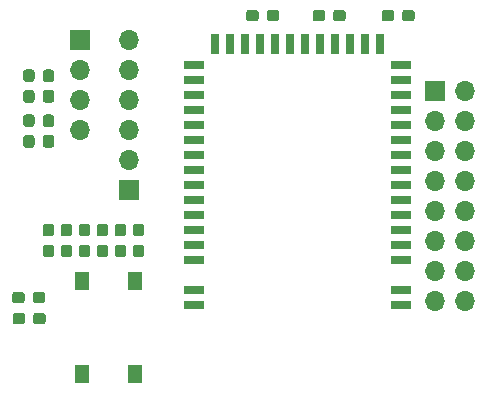
<source format=gbr>
G04 #@! TF.GenerationSoftware,KiCad,Pcbnew,(5.1.2)-2*
G04 #@! TF.CreationDate,2019-12-12T19:30:32+01:00*
G04 #@! TF.ProjectId,KernadouDomoPiloteDinCPU,4b65726e-6164-46f7-9544-6f6d6f50696c,rev?*
G04 #@! TF.SameCoordinates,Original*
G04 #@! TF.FileFunction,Soldermask,Top*
G04 #@! TF.FilePolarity,Negative*
%FSLAX46Y46*%
G04 Gerber Fmt 4.6, Leading zero omitted, Abs format (unit mm)*
G04 Created by KiCad (PCBNEW (5.1.2)-2) date 2019-12-12 19:30:32*
%MOMM*%
%LPD*%
G04 APERTURE LIST*
%ADD10R,1.800000X0.700000*%
%ADD11R,0.700000X1.800000*%
%ADD12O,1.700000X1.700000*%
%ADD13R,1.700000X1.700000*%
%ADD14C,0.100000*%
%ADD15C,0.950000*%
%ADD16R,1.300000X1.550000*%
G04 APERTURE END LIST*
D10*
X123558000Y-94334000D03*
X123558000Y-93064000D03*
X123558000Y-90524000D03*
X123558000Y-89254000D03*
X123558000Y-87984000D03*
X123558000Y-86714000D03*
X123558000Y-85444000D03*
X123558000Y-84174000D03*
X123558000Y-82904000D03*
X123558000Y-81634000D03*
X123558000Y-80364000D03*
X123558000Y-79094000D03*
X123558000Y-77824000D03*
X123558000Y-76554000D03*
X123558000Y-75284000D03*
X123558000Y-74014000D03*
D11*
X121793000Y-72264000D03*
X120523000Y-72264000D03*
X119253000Y-72264000D03*
X117983000Y-72264000D03*
X116713000Y-72264000D03*
X115443000Y-72264000D03*
X114173000Y-72264000D03*
X112903000Y-72264000D03*
X111633000Y-72264000D03*
X110363000Y-72264000D03*
X109093000Y-72264000D03*
X107823000Y-72264000D03*
D10*
X106058000Y-74014000D03*
X106058000Y-75284000D03*
X106058000Y-76554000D03*
X106058000Y-77824000D03*
X106058000Y-79094000D03*
X106058000Y-80364000D03*
X106058000Y-81634000D03*
X106058000Y-82904000D03*
X106058000Y-84174000D03*
X106058000Y-85444000D03*
X106058000Y-86714000D03*
X106058000Y-87984000D03*
X106058000Y-89254000D03*
X106058000Y-90524000D03*
X106058000Y-93064000D03*
X106058000Y-94334000D03*
D12*
X96393000Y-79502000D03*
X96393000Y-76962000D03*
X96393000Y-74422000D03*
D13*
X96393000Y-71882000D03*
D14*
G36*
X95510779Y-87501144D02*
G01*
X95533834Y-87504563D01*
X95556443Y-87510227D01*
X95578387Y-87518079D01*
X95599457Y-87528044D01*
X95619448Y-87540026D01*
X95638168Y-87553910D01*
X95655438Y-87569562D01*
X95671090Y-87586832D01*
X95684974Y-87605552D01*
X95696956Y-87625543D01*
X95706921Y-87646613D01*
X95714773Y-87668557D01*
X95720437Y-87691166D01*
X95723856Y-87714221D01*
X95725000Y-87737500D01*
X95725000Y-88312500D01*
X95723856Y-88335779D01*
X95720437Y-88358834D01*
X95714773Y-88381443D01*
X95706921Y-88403387D01*
X95696956Y-88424457D01*
X95684974Y-88444448D01*
X95671090Y-88463168D01*
X95655438Y-88480438D01*
X95638168Y-88496090D01*
X95619448Y-88509974D01*
X95599457Y-88521956D01*
X95578387Y-88531921D01*
X95556443Y-88539773D01*
X95533834Y-88545437D01*
X95510779Y-88548856D01*
X95487500Y-88550000D01*
X95012500Y-88550000D01*
X94989221Y-88548856D01*
X94966166Y-88545437D01*
X94943557Y-88539773D01*
X94921613Y-88531921D01*
X94900543Y-88521956D01*
X94880552Y-88509974D01*
X94861832Y-88496090D01*
X94844562Y-88480438D01*
X94828910Y-88463168D01*
X94815026Y-88444448D01*
X94803044Y-88424457D01*
X94793079Y-88403387D01*
X94785227Y-88381443D01*
X94779563Y-88358834D01*
X94776144Y-88335779D01*
X94775000Y-88312500D01*
X94775000Y-87737500D01*
X94776144Y-87714221D01*
X94779563Y-87691166D01*
X94785227Y-87668557D01*
X94793079Y-87646613D01*
X94803044Y-87625543D01*
X94815026Y-87605552D01*
X94828910Y-87586832D01*
X94844562Y-87569562D01*
X94861832Y-87553910D01*
X94880552Y-87540026D01*
X94900543Y-87528044D01*
X94921613Y-87518079D01*
X94943557Y-87510227D01*
X94966166Y-87504563D01*
X94989221Y-87501144D01*
X95012500Y-87500000D01*
X95487500Y-87500000D01*
X95510779Y-87501144D01*
X95510779Y-87501144D01*
G37*
D15*
X95250000Y-88025000D03*
D14*
G36*
X95510779Y-89251144D02*
G01*
X95533834Y-89254563D01*
X95556443Y-89260227D01*
X95578387Y-89268079D01*
X95599457Y-89278044D01*
X95619448Y-89290026D01*
X95638168Y-89303910D01*
X95655438Y-89319562D01*
X95671090Y-89336832D01*
X95684974Y-89355552D01*
X95696956Y-89375543D01*
X95706921Y-89396613D01*
X95714773Y-89418557D01*
X95720437Y-89441166D01*
X95723856Y-89464221D01*
X95725000Y-89487500D01*
X95725000Y-90062500D01*
X95723856Y-90085779D01*
X95720437Y-90108834D01*
X95714773Y-90131443D01*
X95706921Y-90153387D01*
X95696956Y-90174457D01*
X95684974Y-90194448D01*
X95671090Y-90213168D01*
X95655438Y-90230438D01*
X95638168Y-90246090D01*
X95619448Y-90259974D01*
X95599457Y-90271956D01*
X95578387Y-90281921D01*
X95556443Y-90289773D01*
X95533834Y-90295437D01*
X95510779Y-90298856D01*
X95487500Y-90300000D01*
X95012500Y-90300000D01*
X94989221Y-90298856D01*
X94966166Y-90295437D01*
X94943557Y-90289773D01*
X94921613Y-90281921D01*
X94900543Y-90271956D01*
X94880552Y-90259974D01*
X94861832Y-90246090D01*
X94844562Y-90230438D01*
X94828910Y-90213168D01*
X94815026Y-90194448D01*
X94803044Y-90174457D01*
X94793079Y-90153387D01*
X94785227Y-90131443D01*
X94779563Y-90108834D01*
X94776144Y-90085779D01*
X94775000Y-90062500D01*
X94775000Y-89487500D01*
X94776144Y-89464221D01*
X94779563Y-89441166D01*
X94785227Y-89418557D01*
X94793079Y-89396613D01*
X94803044Y-89375543D01*
X94815026Y-89355552D01*
X94828910Y-89336832D01*
X94844562Y-89319562D01*
X94861832Y-89303910D01*
X94880552Y-89290026D01*
X94900543Y-89278044D01*
X94921613Y-89268079D01*
X94943557Y-89260227D01*
X94966166Y-89254563D01*
X94989221Y-89251144D01*
X95012500Y-89250000D01*
X95487500Y-89250000D01*
X95510779Y-89251144D01*
X95510779Y-89251144D01*
G37*
D15*
X95250000Y-89775000D03*
D14*
G36*
X101606779Y-87487144D02*
G01*
X101629834Y-87490563D01*
X101652443Y-87496227D01*
X101674387Y-87504079D01*
X101695457Y-87514044D01*
X101715448Y-87526026D01*
X101734168Y-87539910D01*
X101751438Y-87555562D01*
X101767090Y-87572832D01*
X101780974Y-87591552D01*
X101792956Y-87611543D01*
X101802921Y-87632613D01*
X101810773Y-87654557D01*
X101816437Y-87677166D01*
X101819856Y-87700221D01*
X101821000Y-87723500D01*
X101821000Y-88298500D01*
X101819856Y-88321779D01*
X101816437Y-88344834D01*
X101810773Y-88367443D01*
X101802921Y-88389387D01*
X101792956Y-88410457D01*
X101780974Y-88430448D01*
X101767090Y-88449168D01*
X101751438Y-88466438D01*
X101734168Y-88482090D01*
X101715448Y-88495974D01*
X101695457Y-88507956D01*
X101674387Y-88517921D01*
X101652443Y-88525773D01*
X101629834Y-88531437D01*
X101606779Y-88534856D01*
X101583500Y-88536000D01*
X101108500Y-88536000D01*
X101085221Y-88534856D01*
X101062166Y-88531437D01*
X101039557Y-88525773D01*
X101017613Y-88517921D01*
X100996543Y-88507956D01*
X100976552Y-88495974D01*
X100957832Y-88482090D01*
X100940562Y-88466438D01*
X100924910Y-88449168D01*
X100911026Y-88430448D01*
X100899044Y-88410457D01*
X100889079Y-88389387D01*
X100881227Y-88367443D01*
X100875563Y-88344834D01*
X100872144Y-88321779D01*
X100871000Y-88298500D01*
X100871000Y-87723500D01*
X100872144Y-87700221D01*
X100875563Y-87677166D01*
X100881227Y-87654557D01*
X100889079Y-87632613D01*
X100899044Y-87611543D01*
X100911026Y-87591552D01*
X100924910Y-87572832D01*
X100940562Y-87555562D01*
X100957832Y-87539910D01*
X100976552Y-87526026D01*
X100996543Y-87514044D01*
X101017613Y-87504079D01*
X101039557Y-87496227D01*
X101062166Y-87490563D01*
X101085221Y-87487144D01*
X101108500Y-87486000D01*
X101583500Y-87486000D01*
X101606779Y-87487144D01*
X101606779Y-87487144D01*
G37*
D15*
X101346000Y-88011000D03*
D14*
G36*
X101606779Y-89237144D02*
G01*
X101629834Y-89240563D01*
X101652443Y-89246227D01*
X101674387Y-89254079D01*
X101695457Y-89264044D01*
X101715448Y-89276026D01*
X101734168Y-89289910D01*
X101751438Y-89305562D01*
X101767090Y-89322832D01*
X101780974Y-89341552D01*
X101792956Y-89361543D01*
X101802921Y-89382613D01*
X101810773Y-89404557D01*
X101816437Y-89427166D01*
X101819856Y-89450221D01*
X101821000Y-89473500D01*
X101821000Y-90048500D01*
X101819856Y-90071779D01*
X101816437Y-90094834D01*
X101810773Y-90117443D01*
X101802921Y-90139387D01*
X101792956Y-90160457D01*
X101780974Y-90180448D01*
X101767090Y-90199168D01*
X101751438Y-90216438D01*
X101734168Y-90232090D01*
X101715448Y-90245974D01*
X101695457Y-90257956D01*
X101674387Y-90267921D01*
X101652443Y-90275773D01*
X101629834Y-90281437D01*
X101606779Y-90284856D01*
X101583500Y-90286000D01*
X101108500Y-90286000D01*
X101085221Y-90284856D01*
X101062166Y-90281437D01*
X101039557Y-90275773D01*
X101017613Y-90267921D01*
X100996543Y-90257956D01*
X100976552Y-90245974D01*
X100957832Y-90232090D01*
X100940562Y-90216438D01*
X100924910Y-90199168D01*
X100911026Y-90180448D01*
X100899044Y-90160457D01*
X100889079Y-90139387D01*
X100881227Y-90117443D01*
X100875563Y-90094834D01*
X100872144Y-90071779D01*
X100871000Y-90048500D01*
X100871000Y-89473500D01*
X100872144Y-89450221D01*
X100875563Y-89427166D01*
X100881227Y-89404557D01*
X100889079Y-89382613D01*
X100899044Y-89361543D01*
X100911026Y-89341552D01*
X100924910Y-89322832D01*
X100940562Y-89305562D01*
X100957832Y-89289910D01*
X100976552Y-89276026D01*
X100996543Y-89264044D01*
X101017613Y-89254079D01*
X101039557Y-89246227D01*
X101062166Y-89240563D01*
X101085221Y-89237144D01*
X101108500Y-89236000D01*
X101583500Y-89236000D01*
X101606779Y-89237144D01*
X101606779Y-89237144D01*
G37*
D15*
X101346000Y-89761000D03*
D14*
G36*
X98558779Y-87501144D02*
G01*
X98581834Y-87504563D01*
X98604443Y-87510227D01*
X98626387Y-87518079D01*
X98647457Y-87528044D01*
X98667448Y-87540026D01*
X98686168Y-87553910D01*
X98703438Y-87569562D01*
X98719090Y-87586832D01*
X98732974Y-87605552D01*
X98744956Y-87625543D01*
X98754921Y-87646613D01*
X98762773Y-87668557D01*
X98768437Y-87691166D01*
X98771856Y-87714221D01*
X98773000Y-87737500D01*
X98773000Y-88312500D01*
X98771856Y-88335779D01*
X98768437Y-88358834D01*
X98762773Y-88381443D01*
X98754921Y-88403387D01*
X98744956Y-88424457D01*
X98732974Y-88444448D01*
X98719090Y-88463168D01*
X98703438Y-88480438D01*
X98686168Y-88496090D01*
X98667448Y-88509974D01*
X98647457Y-88521956D01*
X98626387Y-88531921D01*
X98604443Y-88539773D01*
X98581834Y-88545437D01*
X98558779Y-88548856D01*
X98535500Y-88550000D01*
X98060500Y-88550000D01*
X98037221Y-88548856D01*
X98014166Y-88545437D01*
X97991557Y-88539773D01*
X97969613Y-88531921D01*
X97948543Y-88521956D01*
X97928552Y-88509974D01*
X97909832Y-88496090D01*
X97892562Y-88480438D01*
X97876910Y-88463168D01*
X97863026Y-88444448D01*
X97851044Y-88424457D01*
X97841079Y-88403387D01*
X97833227Y-88381443D01*
X97827563Y-88358834D01*
X97824144Y-88335779D01*
X97823000Y-88312500D01*
X97823000Y-87737500D01*
X97824144Y-87714221D01*
X97827563Y-87691166D01*
X97833227Y-87668557D01*
X97841079Y-87646613D01*
X97851044Y-87625543D01*
X97863026Y-87605552D01*
X97876910Y-87586832D01*
X97892562Y-87569562D01*
X97909832Y-87553910D01*
X97928552Y-87540026D01*
X97948543Y-87528044D01*
X97969613Y-87518079D01*
X97991557Y-87510227D01*
X98014166Y-87504563D01*
X98037221Y-87501144D01*
X98060500Y-87500000D01*
X98535500Y-87500000D01*
X98558779Y-87501144D01*
X98558779Y-87501144D01*
G37*
D15*
X98298000Y-88025000D03*
D14*
G36*
X98558779Y-89251144D02*
G01*
X98581834Y-89254563D01*
X98604443Y-89260227D01*
X98626387Y-89268079D01*
X98647457Y-89278044D01*
X98667448Y-89290026D01*
X98686168Y-89303910D01*
X98703438Y-89319562D01*
X98719090Y-89336832D01*
X98732974Y-89355552D01*
X98744956Y-89375543D01*
X98754921Y-89396613D01*
X98762773Y-89418557D01*
X98768437Y-89441166D01*
X98771856Y-89464221D01*
X98773000Y-89487500D01*
X98773000Y-90062500D01*
X98771856Y-90085779D01*
X98768437Y-90108834D01*
X98762773Y-90131443D01*
X98754921Y-90153387D01*
X98744956Y-90174457D01*
X98732974Y-90194448D01*
X98719090Y-90213168D01*
X98703438Y-90230438D01*
X98686168Y-90246090D01*
X98667448Y-90259974D01*
X98647457Y-90271956D01*
X98626387Y-90281921D01*
X98604443Y-90289773D01*
X98581834Y-90295437D01*
X98558779Y-90298856D01*
X98535500Y-90300000D01*
X98060500Y-90300000D01*
X98037221Y-90298856D01*
X98014166Y-90295437D01*
X97991557Y-90289773D01*
X97969613Y-90281921D01*
X97948543Y-90271956D01*
X97928552Y-90259974D01*
X97909832Y-90246090D01*
X97892562Y-90230438D01*
X97876910Y-90213168D01*
X97863026Y-90194448D01*
X97851044Y-90174457D01*
X97841079Y-90153387D01*
X97833227Y-90131443D01*
X97827563Y-90108834D01*
X97824144Y-90085779D01*
X97823000Y-90062500D01*
X97823000Y-89487500D01*
X97824144Y-89464221D01*
X97827563Y-89441166D01*
X97833227Y-89418557D01*
X97841079Y-89396613D01*
X97851044Y-89375543D01*
X97863026Y-89355552D01*
X97876910Y-89336832D01*
X97892562Y-89319562D01*
X97909832Y-89303910D01*
X97928552Y-89290026D01*
X97948543Y-89278044D01*
X97969613Y-89268079D01*
X97991557Y-89260227D01*
X98014166Y-89254563D01*
X98037221Y-89251144D01*
X98060500Y-89250000D01*
X98535500Y-89250000D01*
X98558779Y-89251144D01*
X98558779Y-89251144D01*
G37*
D15*
X98298000Y-89775000D03*
D14*
G36*
X92335779Y-79980144D02*
G01*
X92358834Y-79983563D01*
X92381443Y-79989227D01*
X92403387Y-79997079D01*
X92424457Y-80007044D01*
X92444448Y-80019026D01*
X92463168Y-80032910D01*
X92480438Y-80048562D01*
X92496090Y-80065832D01*
X92509974Y-80084552D01*
X92521956Y-80104543D01*
X92531921Y-80125613D01*
X92539773Y-80147557D01*
X92545437Y-80170166D01*
X92548856Y-80193221D01*
X92550000Y-80216500D01*
X92550000Y-80791500D01*
X92548856Y-80814779D01*
X92545437Y-80837834D01*
X92539773Y-80860443D01*
X92531921Y-80882387D01*
X92521956Y-80903457D01*
X92509974Y-80923448D01*
X92496090Y-80942168D01*
X92480438Y-80959438D01*
X92463168Y-80975090D01*
X92444448Y-80988974D01*
X92424457Y-81000956D01*
X92403387Y-81010921D01*
X92381443Y-81018773D01*
X92358834Y-81024437D01*
X92335779Y-81027856D01*
X92312500Y-81029000D01*
X91837500Y-81029000D01*
X91814221Y-81027856D01*
X91791166Y-81024437D01*
X91768557Y-81018773D01*
X91746613Y-81010921D01*
X91725543Y-81000956D01*
X91705552Y-80988974D01*
X91686832Y-80975090D01*
X91669562Y-80959438D01*
X91653910Y-80942168D01*
X91640026Y-80923448D01*
X91628044Y-80903457D01*
X91618079Y-80882387D01*
X91610227Y-80860443D01*
X91604563Y-80837834D01*
X91601144Y-80814779D01*
X91600000Y-80791500D01*
X91600000Y-80216500D01*
X91601144Y-80193221D01*
X91604563Y-80170166D01*
X91610227Y-80147557D01*
X91618079Y-80125613D01*
X91628044Y-80104543D01*
X91640026Y-80084552D01*
X91653910Y-80065832D01*
X91669562Y-80048562D01*
X91686832Y-80032910D01*
X91705552Y-80019026D01*
X91725543Y-80007044D01*
X91746613Y-79997079D01*
X91768557Y-79989227D01*
X91791166Y-79983563D01*
X91814221Y-79980144D01*
X91837500Y-79979000D01*
X92312500Y-79979000D01*
X92335779Y-79980144D01*
X92335779Y-79980144D01*
G37*
D15*
X92075000Y-80504000D03*
D14*
G36*
X92335779Y-78230144D02*
G01*
X92358834Y-78233563D01*
X92381443Y-78239227D01*
X92403387Y-78247079D01*
X92424457Y-78257044D01*
X92444448Y-78269026D01*
X92463168Y-78282910D01*
X92480438Y-78298562D01*
X92496090Y-78315832D01*
X92509974Y-78334552D01*
X92521956Y-78354543D01*
X92531921Y-78375613D01*
X92539773Y-78397557D01*
X92545437Y-78420166D01*
X92548856Y-78443221D01*
X92550000Y-78466500D01*
X92550000Y-79041500D01*
X92548856Y-79064779D01*
X92545437Y-79087834D01*
X92539773Y-79110443D01*
X92531921Y-79132387D01*
X92521956Y-79153457D01*
X92509974Y-79173448D01*
X92496090Y-79192168D01*
X92480438Y-79209438D01*
X92463168Y-79225090D01*
X92444448Y-79238974D01*
X92424457Y-79250956D01*
X92403387Y-79260921D01*
X92381443Y-79268773D01*
X92358834Y-79274437D01*
X92335779Y-79277856D01*
X92312500Y-79279000D01*
X91837500Y-79279000D01*
X91814221Y-79277856D01*
X91791166Y-79274437D01*
X91768557Y-79268773D01*
X91746613Y-79260921D01*
X91725543Y-79250956D01*
X91705552Y-79238974D01*
X91686832Y-79225090D01*
X91669562Y-79209438D01*
X91653910Y-79192168D01*
X91640026Y-79173448D01*
X91628044Y-79153457D01*
X91618079Y-79132387D01*
X91610227Y-79110443D01*
X91604563Y-79087834D01*
X91601144Y-79064779D01*
X91600000Y-79041500D01*
X91600000Y-78466500D01*
X91601144Y-78443221D01*
X91604563Y-78420166D01*
X91610227Y-78397557D01*
X91618079Y-78375613D01*
X91628044Y-78354543D01*
X91640026Y-78334552D01*
X91653910Y-78315832D01*
X91669562Y-78298562D01*
X91686832Y-78282910D01*
X91705552Y-78269026D01*
X91725543Y-78257044D01*
X91746613Y-78247079D01*
X91768557Y-78239227D01*
X91791166Y-78233563D01*
X91814221Y-78230144D01*
X91837500Y-78229000D01*
X92312500Y-78229000D01*
X92335779Y-78230144D01*
X92335779Y-78230144D01*
G37*
D15*
X92075000Y-78754000D03*
D14*
G36*
X92335779Y-76170144D02*
G01*
X92358834Y-76173563D01*
X92381443Y-76179227D01*
X92403387Y-76187079D01*
X92424457Y-76197044D01*
X92444448Y-76209026D01*
X92463168Y-76222910D01*
X92480438Y-76238562D01*
X92496090Y-76255832D01*
X92509974Y-76274552D01*
X92521956Y-76294543D01*
X92531921Y-76315613D01*
X92539773Y-76337557D01*
X92545437Y-76360166D01*
X92548856Y-76383221D01*
X92550000Y-76406500D01*
X92550000Y-76981500D01*
X92548856Y-77004779D01*
X92545437Y-77027834D01*
X92539773Y-77050443D01*
X92531921Y-77072387D01*
X92521956Y-77093457D01*
X92509974Y-77113448D01*
X92496090Y-77132168D01*
X92480438Y-77149438D01*
X92463168Y-77165090D01*
X92444448Y-77178974D01*
X92424457Y-77190956D01*
X92403387Y-77200921D01*
X92381443Y-77208773D01*
X92358834Y-77214437D01*
X92335779Y-77217856D01*
X92312500Y-77219000D01*
X91837500Y-77219000D01*
X91814221Y-77217856D01*
X91791166Y-77214437D01*
X91768557Y-77208773D01*
X91746613Y-77200921D01*
X91725543Y-77190956D01*
X91705552Y-77178974D01*
X91686832Y-77165090D01*
X91669562Y-77149438D01*
X91653910Y-77132168D01*
X91640026Y-77113448D01*
X91628044Y-77093457D01*
X91618079Y-77072387D01*
X91610227Y-77050443D01*
X91604563Y-77027834D01*
X91601144Y-77004779D01*
X91600000Y-76981500D01*
X91600000Y-76406500D01*
X91601144Y-76383221D01*
X91604563Y-76360166D01*
X91610227Y-76337557D01*
X91618079Y-76315613D01*
X91628044Y-76294543D01*
X91640026Y-76274552D01*
X91653910Y-76255832D01*
X91669562Y-76238562D01*
X91686832Y-76222910D01*
X91705552Y-76209026D01*
X91725543Y-76197044D01*
X91746613Y-76187079D01*
X91768557Y-76179227D01*
X91791166Y-76173563D01*
X91814221Y-76170144D01*
X91837500Y-76169000D01*
X92312500Y-76169000D01*
X92335779Y-76170144D01*
X92335779Y-76170144D01*
G37*
D15*
X92075000Y-76694000D03*
D14*
G36*
X92335779Y-74420144D02*
G01*
X92358834Y-74423563D01*
X92381443Y-74429227D01*
X92403387Y-74437079D01*
X92424457Y-74447044D01*
X92444448Y-74459026D01*
X92463168Y-74472910D01*
X92480438Y-74488562D01*
X92496090Y-74505832D01*
X92509974Y-74524552D01*
X92521956Y-74544543D01*
X92531921Y-74565613D01*
X92539773Y-74587557D01*
X92545437Y-74610166D01*
X92548856Y-74633221D01*
X92550000Y-74656500D01*
X92550000Y-75231500D01*
X92548856Y-75254779D01*
X92545437Y-75277834D01*
X92539773Y-75300443D01*
X92531921Y-75322387D01*
X92521956Y-75343457D01*
X92509974Y-75363448D01*
X92496090Y-75382168D01*
X92480438Y-75399438D01*
X92463168Y-75415090D01*
X92444448Y-75428974D01*
X92424457Y-75440956D01*
X92403387Y-75450921D01*
X92381443Y-75458773D01*
X92358834Y-75464437D01*
X92335779Y-75467856D01*
X92312500Y-75469000D01*
X91837500Y-75469000D01*
X91814221Y-75467856D01*
X91791166Y-75464437D01*
X91768557Y-75458773D01*
X91746613Y-75450921D01*
X91725543Y-75440956D01*
X91705552Y-75428974D01*
X91686832Y-75415090D01*
X91669562Y-75399438D01*
X91653910Y-75382168D01*
X91640026Y-75363448D01*
X91628044Y-75343457D01*
X91618079Y-75322387D01*
X91610227Y-75300443D01*
X91604563Y-75277834D01*
X91601144Y-75254779D01*
X91600000Y-75231500D01*
X91600000Y-74656500D01*
X91601144Y-74633221D01*
X91604563Y-74610166D01*
X91610227Y-74587557D01*
X91618079Y-74565613D01*
X91628044Y-74544543D01*
X91640026Y-74524552D01*
X91653910Y-74505832D01*
X91669562Y-74488562D01*
X91686832Y-74472910D01*
X91705552Y-74459026D01*
X91725543Y-74447044D01*
X91746613Y-74437079D01*
X91768557Y-74429227D01*
X91791166Y-74423563D01*
X91814221Y-74420144D01*
X91837500Y-74419000D01*
X92312500Y-74419000D01*
X92335779Y-74420144D01*
X92335779Y-74420144D01*
G37*
D15*
X92075000Y-74944000D03*
D14*
G36*
X93246779Y-93252144D02*
G01*
X93269834Y-93255563D01*
X93292443Y-93261227D01*
X93314387Y-93269079D01*
X93335457Y-93279044D01*
X93355448Y-93291026D01*
X93374168Y-93304910D01*
X93391438Y-93320562D01*
X93407090Y-93337832D01*
X93420974Y-93356552D01*
X93432956Y-93376543D01*
X93442921Y-93397613D01*
X93450773Y-93419557D01*
X93456437Y-93442166D01*
X93459856Y-93465221D01*
X93461000Y-93488500D01*
X93461000Y-93963500D01*
X93459856Y-93986779D01*
X93456437Y-94009834D01*
X93450773Y-94032443D01*
X93442921Y-94054387D01*
X93432956Y-94075457D01*
X93420974Y-94095448D01*
X93407090Y-94114168D01*
X93391438Y-94131438D01*
X93374168Y-94147090D01*
X93355448Y-94160974D01*
X93335457Y-94172956D01*
X93314387Y-94182921D01*
X93292443Y-94190773D01*
X93269834Y-94196437D01*
X93246779Y-94199856D01*
X93223500Y-94201000D01*
X92648500Y-94201000D01*
X92625221Y-94199856D01*
X92602166Y-94196437D01*
X92579557Y-94190773D01*
X92557613Y-94182921D01*
X92536543Y-94172956D01*
X92516552Y-94160974D01*
X92497832Y-94147090D01*
X92480562Y-94131438D01*
X92464910Y-94114168D01*
X92451026Y-94095448D01*
X92439044Y-94075457D01*
X92429079Y-94054387D01*
X92421227Y-94032443D01*
X92415563Y-94009834D01*
X92412144Y-93986779D01*
X92411000Y-93963500D01*
X92411000Y-93488500D01*
X92412144Y-93465221D01*
X92415563Y-93442166D01*
X92421227Y-93419557D01*
X92429079Y-93397613D01*
X92439044Y-93376543D01*
X92451026Y-93356552D01*
X92464910Y-93337832D01*
X92480562Y-93320562D01*
X92497832Y-93304910D01*
X92516552Y-93291026D01*
X92536543Y-93279044D01*
X92557613Y-93269079D01*
X92579557Y-93261227D01*
X92602166Y-93255563D01*
X92625221Y-93252144D01*
X92648500Y-93251000D01*
X93223500Y-93251000D01*
X93246779Y-93252144D01*
X93246779Y-93252144D01*
G37*
D15*
X92936000Y-93726000D03*
D14*
G36*
X91496779Y-93252144D02*
G01*
X91519834Y-93255563D01*
X91542443Y-93261227D01*
X91564387Y-93269079D01*
X91585457Y-93279044D01*
X91605448Y-93291026D01*
X91624168Y-93304910D01*
X91641438Y-93320562D01*
X91657090Y-93337832D01*
X91670974Y-93356552D01*
X91682956Y-93376543D01*
X91692921Y-93397613D01*
X91700773Y-93419557D01*
X91706437Y-93442166D01*
X91709856Y-93465221D01*
X91711000Y-93488500D01*
X91711000Y-93963500D01*
X91709856Y-93986779D01*
X91706437Y-94009834D01*
X91700773Y-94032443D01*
X91692921Y-94054387D01*
X91682956Y-94075457D01*
X91670974Y-94095448D01*
X91657090Y-94114168D01*
X91641438Y-94131438D01*
X91624168Y-94147090D01*
X91605448Y-94160974D01*
X91585457Y-94172956D01*
X91564387Y-94182921D01*
X91542443Y-94190773D01*
X91519834Y-94196437D01*
X91496779Y-94199856D01*
X91473500Y-94201000D01*
X90898500Y-94201000D01*
X90875221Y-94199856D01*
X90852166Y-94196437D01*
X90829557Y-94190773D01*
X90807613Y-94182921D01*
X90786543Y-94172956D01*
X90766552Y-94160974D01*
X90747832Y-94147090D01*
X90730562Y-94131438D01*
X90714910Y-94114168D01*
X90701026Y-94095448D01*
X90689044Y-94075457D01*
X90679079Y-94054387D01*
X90671227Y-94032443D01*
X90665563Y-94009834D01*
X90662144Y-93986779D01*
X90661000Y-93963500D01*
X90661000Y-93488500D01*
X90662144Y-93465221D01*
X90665563Y-93442166D01*
X90671227Y-93419557D01*
X90679079Y-93397613D01*
X90689044Y-93376543D01*
X90701026Y-93356552D01*
X90714910Y-93337832D01*
X90730562Y-93320562D01*
X90747832Y-93304910D01*
X90766552Y-93291026D01*
X90786543Y-93279044D01*
X90807613Y-93269079D01*
X90829557Y-93261227D01*
X90852166Y-93255563D01*
X90875221Y-93252144D01*
X90898500Y-93251000D01*
X91473500Y-93251000D01*
X91496779Y-93252144D01*
X91496779Y-93252144D01*
G37*
D15*
X91186000Y-93726000D03*
D14*
G36*
X118674779Y-69376144D02*
G01*
X118697834Y-69379563D01*
X118720443Y-69385227D01*
X118742387Y-69393079D01*
X118763457Y-69403044D01*
X118783448Y-69415026D01*
X118802168Y-69428910D01*
X118819438Y-69444562D01*
X118835090Y-69461832D01*
X118848974Y-69480552D01*
X118860956Y-69500543D01*
X118870921Y-69521613D01*
X118878773Y-69543557D01*
X118884437Y-69566166D01*
X118887856Y-69589221D01*
X118889000Y-69612500D01*
X118889000Y-70087500D01*
X118887856Y-70110779D01*
X118884437Y-70133834D01*
X118878773Y-70156443D01*
X118870921Y-70178387D01*
X118860956Y-70199457D01*
X118848974Y-70219448D01*
X118835090Y-70238168D01*
X118819438Y-70255438D01*
X118802168Y-70271090D01*
X118783448Y-70284974D01*
X118763457Y-70296956D01*
X118742387Y-70306921D01*
X118720443Y-70314773D01*
X118697834Y-70320437D01*
X118674779Y-70323856D01*
X118651500Y-70325000D01*
X118076500Y-70325000D01*
X118053221Y-70323856D01*
X118030166Y-70320437D01*
X118007557Y-70314773D01*
X117985613Y-70306921D01*
X117964543Y-70296956D01*
X117944552Y-70284974D01*
X117925832Y-70271090D01*
X117908562Y-70255438D01*
X117892910Y-70238168D01*
X117879026Y-70219448D01*
X117867044Y-70199457D01*
X117857079Y-70178387D01*
X117849227Y-70156443D01*
X117843563Y-70133834D01*
X117840144Y-70110779D01*
X117839000Y-70087500D01*
X117839000Y-69612500D01*
X117840144Y-69589221D01*
X117843563Y-69566166D01*
X117849227Y-69543557D01*
X117857079Y-69521613D01*
X117867044Y-69500543D01*
X117879026Y-69480552D01*
X117892910Y-69461832D01*
X117908562Y-69444562D01*
X117925832Y-69428910D01*
X117944552Y-69415026D01*
X117964543Y-69403044D01*
X117985613Y-69393079D01*
X118007557Y-69385227D01*
X118030166Y-69379563D01*
X118053221Y-69376144D01*
X118076500Y-69375000D01*
X118651500Y-69375000D01*
X118674779Y-69376144D01*
X118674779Y-69376144D01*
G37*
D15*
X118364000Y-69850000D03*
D14*
G36*
X116924779Y-69376144D02*
G01*
X116947834Y-69379563D01*
X116970443Y-69385227D01*
X116992387Y-69393079D01*
X117013457Y-69403044D01*
X117033448Y-69415026D01*
X117052168Y-69428910D01*
X117069438Y-69444562D01*
X117085090Y-69461832D01*
X117098974Y-69480552D01*
X117110956Y-69500543D01*
X117120921Y-69521613D01*
X117128773Y-69543557D01*
X117134437Y-69566166D01*
X117137856Y-69589221D01*
X117139000Y-69612500D01*
X117139000Y-70087500D01*
X117137856Y-70110779D01*
X117134437Y-70133834D01*
X117128773Y-70156443D01*
X117120921Y-70178387D01*
X117110956Y-70199457D01*
X117098974Y-70219448D01*
X117085090Y-70238168D01*
X117069438Y-70255438D01*
X117052168Y-70271090D01*
X117033448Y-70284974D01*
X117013457Y-70296956D01*
X116992387Y-70306921D01*
X116970443Y-70314773D01*
X116947834Y-70320437D01*
X116924779Y-70323856D01*
X116901500Y-70325000D01*
X116326500Y-70325000D01*
X116303221Y-70323856D01*
X116280166Y-70320437D01*
X116257557Y-70314773D01*
X116235613Y-70306921D01*
X116214543Y-70296956D01*
X116194552Y-70284974D01*
X116175832Y-70271090D01*
X116158562Y-70255438D01*
X116142910Y-70238168D01*
X116129026Y-70219448D01*
X116117044Y-70199457D01*
X116107079Y-70178387D01*
X116099227Y-70156443D01*
X116093563Y-70133834D01*
X116090144Y-70110779D01*
X116089000Y-70087500D01*
X116089000Y-69612500D01*
X116090144Y-69589221D01*
X116093563Y-69566166D01*
X116099227Y-69543557D01*
X116107079Y-69521613D01*
X116117044Y-69500543D01*
X116129026Y-69480552D01*
X116142910Y-69461832D01*
X116158562Y-69444562D01*
X116175832Y-69428910D01*
X116194552Y-69415026D01*
X116214543Y-69403044D01*
X116235613Y-69393079D01*
X116257557Y-69385227D01*
X116280166Y-69379563D01*
X116303221Y-69376144D01*
X116326500Y-69375000D01*
X116901500Y-69375000D01*
X116924779Y-69376144D01*
X116924779Y-69376144D01*
G37*
D15*
X116614000Y-69850000D03*
D14*
G36*
X111308779Y-69376144D02*
G01*
X111331834Y-69379563D01*
X111354443Y-69385227D01*
X111376387Y-69393079D01*
X111397457Y-69403044D01*
X111417448Y-69415026D01*
X111436168Y-69428910D01*
X111453438Y-69444562D01*
X111469090Y-69461832D01*
X111482974Y-69480552D01*
X111494956Y-69500543D01*
X111504921Y-69521613D01*
X111512773Y-69543557D01*
X111518437Y-69566166D01*
X111521856Y-69589221D01*
X111523000Y-69612500D01*
X111523000Y-70087500D01*
X111521856Y-70110779D01*
X111518437Y-70133834D01*
X111512773Y-70156443D01*
X111504921Y-70178387D01*
X111494956Y-70199457D01*
X111482974Y-70219448D01*
X111469090Y-70238168D01*
X111453438Y-70255438D01*
X111436168Y-70271090D01*
X111417448Y-70284974D01*
X111397457Y-70296956D01*
X111376387Y-70306921D01*
X111354443Y-70314773D01*
X111331834Y-70320437D01*
X111308779Y-70323856D01*
X111285500Y-70325000D01*
X110710500Y-70325000D01*
X110687221Y-70323856D01*
X110664166Y-70320437D01*
X110641557Y-70314773D01*
X110619613Y-70306921D01*
X110598543Y-70296956D01*
X110578552Y-70284974D01*
X110559832Y-70271090D01*
X110542562Y-70255438D01*
X110526910Y-70238168D01*
X110513026Y-70219448D01*
X110501044Y-70199457D01*
X110491079Y-70178387D01*
X110483227Y-70156443D01*
X110477563Y-70133834D01*
X110474144Y-70110779D01*
X110473000Y-70087500D01*
X110473000Y-69612500D01*
X110474144Y-69589221D01*
X110477563Y-69566166D01*
X110483227Y-69543557D01*
X110491079Y-69521613D01*
X110501044Y-69500543D01*
X110513026Y-69480552D01*
X110526910Y-69461832D01*
X110542562Y-69444562D01*
X110559832Y-69428910D01*
X110578552Y-69415026D01*
X110598543Y-69403044D01*
X110619613Y-69393079D01*
X110641557Y-69385227D01*
X110664166Y-69379563D01*
X110687221Y-69376144D01*
X110710500Y-69375000D01*
X111285500Y-69375000D01*
X111308779Y-69376144D01*
X111308779Y-69376144D01*
G37*
D15*
X110998000Y-69850000D03*
D14*
G36*
X113058779Y-69376144D02*
G01*
X113081834Y-69379563D01*
X113104443Y-69385227D01*
X113126387Y-69393079D01*
X113147457Y-69403044D01*
X113167448Y-69415026D01*
X113186168Y-69428910D01*
X113203438Y-69444562D01*
X113219090Y-69461832D01*
X113232974Y-69480552D01*
X113244956Y-69500543D01*
X113254921Y-69521613D01*
X113262773Y-69543557D01*
X113268437Y-69566166D01*
X113271856Y-69589221D01*
X113273000Y-69612500D01*
X113273000Y-70087500D01*
X113271856Y-70110779D01*
X113268437Y-70133834D01*
X113262773Y-70156443D01*
X113254921Y-70178387D01*
X113244956Y-70199457D01*
X113232974Y-70219448D01*
X113219090Y-70238168D01*
X113203438Y-70255438D01*
X113186168Y-70271090D01*
X113167448Y-70284974D01*
X113147457Y-70296956D01*
X113126387Y-70306921D01*
X113104443Y-70314773D01*
X113081834Y-70320437D01*
X113058779Y-70323856D01*
X113035500Y-70325000D01*
X112460500Y-70325000D01*
X112437221Y-70323856D01*
X112414166Y-70320437D01*
X112391557Y-70314773D01*
X112369613Y-70306921D01*
X112348543Y-70296956D01*
X112328552Y-70284974D01*
X112309832Y-70271090D01*
X112292562Y-70255438D01*
X112276910Y-70238168D01*
X112263026Y-70219448D01*
X112251044Y-70199457D01*
X112241079Y-70178387D01*
X112233227Y-70156443D01*
X112227563Y-70133834D01*
X112224144Y-70110779D01*
X112223000Y-70087500D01*
X112223000Y-69612500D01*
X112224144Y-69589221D01*
X112227563Y-69566166D01*
X112233227Y-69543557D01*
X112241079Y-69521613D01*
X112251044Y-69500543D01*
X112263026Y-69480552D01*
X112276910Y-69461832D01*
X112292562Y-69444562D01*
X112309832Y-69428910D01*
X112328552Y-69415026D01*
X112348543Y-69403044D01*
X112369613Y-69393079D01*
X112391557Y-69385227D01*
X112414166Y-69379563D01*
X112437221Y-69376144D01*
X112460500Y-69375000D01*
X113035500Y-69375000D01*
X113058779Y-69376144D01*
X113058779Y-69376144D01*
G37*
D15*
X112748000Y-69850000D03*
D14*
G36*
X93986779Y-76170144D02*
G01*
X94009834Y-76173563D01*
X94032443Y-76179227D01*
X94054387Y-76187079D01*
X94075457Y-76197044D01*
X94095448Y-76209026D01*
X94114168Y-76222910D01*
X94131438Y-76238562D01*
X94147090Y-76255832D01*
X94160974Y-76274552D01*
X94172956Y-76294543D01*
X94182921Y-76315613D01*
X94190773Y-76337557D01*
X94196437Y-76360166D01*
X94199856Y-76383221D01*
X94201000Y-76406500D01*
X94201000Y-76981500D01*
X94199856Y-77004779D01*
X94196437Y-77027834D01*
X94190773Y-77050443D01*
X94182921Y-77072387D01*
X94172956Y-77093457D01*
X94160974Y-77113448D01*
X94147090Y-77132168D01*
X94131438Y-77149438D01*
X94114168Y-77165090D01*
X94095448Y-77178974D01*
X94075457Y-77190956D01*
X94054387Y-77200921D01*
X94032443Y-77208773D01*
X94009834Y-77214437D01*
X93986779Y-77217856D01*
X93963500Y-77219000D01*
X93488500Y-77219000D01*
X93465221Y-77217856D01*
X93442166Y-77214437D01*
X93419557Y-77208773D01*
X93397613Y-77200921D01*
X93376543Y-77190956D01*
X93356552Y-77178974D01*
X93337832Y-77165090D01*
X93320562Y-77149438D01*
X93304910Y-77132168D01*
X93291026Y-77113448D01*
X93279044Y-77093457D01*
X93269079Y-77072387D01*
X93261227Y-77050443D01*
X93255563Y-77027834D01*
X93252144Y-77004779D01*
X93251000Y-76981500D01*
X93251000Y-76406500D01*
X93252144Y-76383221D01*
X93255563Y-76360166D01*
X93261227Y-76337557D01*
X93269079Y-76315613D01*
X93279044Y-76294543D01*
X93291026Y-76274552D01*
X93304910Y-76255832D01*
X93320562Y-76238562D01*
X93337832Y-76222910D01*
X93356552Y-76209026D01*
X93376543Y-76197044D01*
X93397613Y-76187079D01*
X93419557Y-76179227D01*
X93442166Y-76173563D01*
X93465221Y-76170144D01*
X93488500Y-76169000D01*
X93963500Y-76169000D01*
X93986779Y-76170144D01*
X93986779Y-76170144D01*
G37*
D15*
X93726000Y-76694000D03*
D14*
G36*
X93986779Y-74420144D02*
G01*
X94009834Y-74423563D01*
X94032443Y-74429227D01*
X94054387Y-74437079D01*
X94075457Y-74447044D01*
X94095448Y-74459026D01*
X94114168Y-74472910D01*
X94131438Y-74488562D01*
X94147090Y-74505832D01*
X94160974Y-74524552D01*
X94172956Y-74544543D01*
X94182921Y-74565613D01*
X94190773Y-74587557D01*
X94196437Y-74610166D01*
X94199856Y-74633221D01*
X94201000Y-74656500D01*
X94201000Y-75231500D01*
X94199856Y-75254779D01*
X94196437Y-75277834D01*
X94190773Y-75300443D01*
X94182921Y-75322387D01*
X94172956Y-75343457D01*
X94160974Y-75363448D01*
X94147090Y-75382168D01*
X94131438Y-75399438D01*
X94114168Y-75415090D01*
X94095448Y-75428974D01*
X94075457Y-75440956D01*
X94054387Y-75450921D01*
X94032443Y-75458773D01*
X94009834Y-75464437D01*
X93986779Y-75467856D01*
X93963500Y-75469000D01*
X93488500Y-75469000D01*
X93465221Y-75467856D01*
X93442166Y-75464437D01*
X93419557Y-75458773D01*
X93397613Y-75450921D01*
X93376543Y-75440956D01*
X93356552Y-75428974D01*
X93337832Y-75415090D01*
X93320562Y-75399438D01*
X93304910Y-75382168D01*
X93291026Y-75363448D01*
X93279044Y-75343457D01*
X93269079Y-75322387D01*
X93261227Y-75300443D01*
X93255563Y-75277834D01*
X93252144Y-75254779D01*
X93251000Y-75231500D01*
X93251000Y-74656500D01*
X93252144Y-74633221D01*
X93255563Y-74610166D01*
X93261227Y-74587557D01*
X93269079Y-74565613D01*
X93279044Y-74544543D01*
X93291026Y-74524552D01*
X93304910Y-74505832D01*
X93320562Y-74488562D01*
X93337832Y-74472910D01*
X93356552Y-74459026D01*
X93376543Y-74447044D01*
X93397613Y-74437079D01*
X93419557Y-74429227D01*
X93442166Y-74423563D01*
X93465221Y-74420144D01*
X93488500Y-74419000D01*
X93963500Y-74419000D01*
X93986779Y-74420144D01*
X93986779Y-74420144D01*
G37*
D15*
X93726000Y-74944000D03*
D16*
X96556000Y-92291000D03*
X101056000Y-92291000D03*
X101056000Y-100241000D03*
X96556000Y-100241000D03*
D14*
G36*
X122766779Y-69376144D02*
G01*
X122789834Y-69379563D01*
X122812443Y-69385227D01*
X122834387Y-69393079D01*
X122855457Y-69403044D01*
X122875448Y-69415026D01*
X122894168Y-69428910D01*
X122911438Y-69444562D01*
X122927090Y-69461832D01*
X122940974Y-69480552D01*
X122952956Y-69500543D01*
X122962921Y-69521613D01*
X122970773Y-69543557D01*
X122976437Y-69566166D01*
X122979856Y-69589221D01*
X122981000Y-69612500D01*
X122981000Y-70087500D01*
X122979856Y-70110779D01*
X122976437Y-70133834D01*
X122970773Y-70156443D01*
X122962921Y-70178387D01*
X122952956Y-70199457D01*
X122940974Y-70219448D01*
X122927090Y-70238168D01*
X122911438Y-70255438D01*
X122894168Y-70271090D01*
X122875448Y-70284974D01*
X122855457Y-70296956D01*
X122834387Y-70306921D01*
X122812443Y-70314773D01*
X122789834Y-70320437D01*
X122766779Y-70323856D01*
X122743500Y-70325000D01*
X122168500Y-70325000D01*
X122145221Y-70323856D01*
X122122166Y-70320437D01*
X122099557Y-70314773D01*
X122077613Y-70306921D01*
X122056543Y-70296956D01*
X122036552Y-70284974D01*
X122017832Y-70271090D01*
X122000562Y-70255438D01*
X121984910Y-70238168D01*
X121971026Y-70219448D01*
X121959044Y-70199457D01*
X121949079Y-70178387D01*
X121941227Y-70156443D01*
X121935563Y-70133834D01*
X121932144Y-70110779D01*
X121931000Y-70087500D01*
X121931000Y-69612500D01*
X121932144Y-69589221D01*
X121935563Y-69566166D01*
X121941227Y-69543557D01*
X121949079Y-69521613D01*
X121959044Y-69500543D01*
X121971026Y-69480552D01*
X121984910Y-69461832D01*
X122000562Y-69444562D01*
X122017832Y-69428910D01*
X122036552Y-69415026D01*
X122056543Y-69403044D01*
X122077613Y-69393079D01*
X122099557Y-69385227D01*
X122122166Y-69379563D01*
X122145221Y-69376144D01*
X122168500Y-69375000D01*
X122743500Y-69375000D01*
X122766779Y-69376144D01*
X122766779Y-69376144D01*
G37*
D15*
X122456000Y-69850000D03*
D14*
G36*
X124516779Y-69376144D02*
G01*
X124539834Y-69379563D01*
X124562443Y-69385227D01*
X124584387Y-69393079D01*
X124605457Y-69403044D01*
X124625448Y-69415026D01*
X124644168Y-69428910D01*
X124661438Y-69444562D01*
X124677090Y-69461832D01*
X124690974Y-69480552D01*
X124702956Y-69500543D01*
X124712921Y-69521613D01*
X124720773Y-69543557D01*
X124726437Y-69566166D01*
X124729856Y-69589221D01*
X124731000Y-69612500D01*
X124731000Y-70087500D01*
X124729856Y-70110779D01*
X124726437Y-70133834D01*
X124720773Y-70156443D01*
X124712921Y-70178387D01*
X124702956Y-70199457D01*
X124690974Y-70219448D01*
X124677090Y-70238168D01*
X124661438Y-70255438D01*
X124644168Y-70271090D01*
X124625448Y-70284974D01*
X124605457Y-70296956D01*
X124584387Y-70306921D01*
X124562443Y-70314773D01*
X124539834Y-70320437D01*
X124516779Y-70323856D01*
X124493500Y-70325000D01*
X123918500Y-70325000D01*
X123895221Y-70323856D01*
X123872166Y-70320437D01*
X123849557Y-70314773D01*
X123827613Y-70306921D01*
X123806543Y-70296956D01*
X123786552Y-70284974D01*
X123767832Y-70271090D01*
X123750562Y-70255438D01*
X123734910Y-70238168D01*
X123721026Y-70219448D01*
X123709044Y-70199457D01*
X123699079Y-70178387D01*
X123691227Y-70156443D01*
X123685563Y-70133834D01*
X123682144Y-70110779D01*
X123681000Y-70087500D01*
X123681000Y-69612500D01*
X123682144Y-69589221D01*
X123685563Y-69566166D01*
X123691227Y-69543557D01*
X123699079Y-69521613D01*
X123709044Y-69500543D01*
X123721026Y-69480552D01*
X123734910Y-69461832D01*
X123750562Y-69444562D01*
X123767832Y-69428910D01*
X123786552Y-69415026D01*
X123806543Y-69403044D01*
X123827613Y-69393079D01*
X123849557Y-69385227D01*
X123872166Y-69379563D01*
X123895221Y-69376144D01*
X123918500Y-69375000D01*
X124493500Y-69375000D01*
X124516779Y-69376144D01*
X124516779Y-69376144D01*
G37*
D15*
X124206000Y-69850000D03*
D14*
G36*
X91524779Y-95030144D02*
G01*
X91547834Y-95033563D01*
X91570443Y-95039227D01*
X91592387Y-95047079D01*
X91613457Y-95057044D01*
X91633448Y-95069026D01*
X91652168Y-95082910D01*
X91669438Y-95098562D01*
X91685090Y-95115832D01*
X91698974Y-95134552D01*
X91710956Y-95154543D01*
X91720921Y-95175613D01*
X91728773Y-95197557D01*
X91734437Y-95220166D01*
X91737856Y-95243221D01*
X91739000Y-95266500D01*
X91739000Y-95741500D01*
X91737856Y-95764779D01*
X91734437Y-95787834D01*
X91728773Y-95810443D01*
X91720921Y-95832387D01*
X91710956Y-95853457D01*
X91698974Y-95873448D01*
X91685090Y-95892168D01*
X91669438Y-95909438D01*
X91652168Y-95925090D01*
X91633448Y-95938974D01*
X91613457Y-95950956D01*
X91592387Y-95960921D01*
X91570443Y-95968773D01*
X91547834Y-95974437D01*
X91524779Y-95977856D01*
X91501500Y-95979000D01*
X90926500Y-95979000D01*
X90903221Y-95977856D01*
X90880166Y-95974437D01*
X90857557Y-95968773D01*
X90835613Y-95960921D01*
X90814543Y-95950956D01*
X90794552Y-95938974D01*
X90775832Y-95925090D01*
X90758562Y-95909438D01*
X90742910Y-95892168D01*
X90729026Y-95873448D01*
X90717044Y-95853457D01*
X90707079Y-95832387D01*
X90699227Y-95810443D01*
X90693563Y-95787834D01*
X90690144Y-95764779D01*
X90689000Y-95741500D01*
X90689000Y-95266500D01*
X90690144Y-95243221D01*
X90693563Y-95220166D01*
X90699227Y-95197557D01*
X90707079Y-95175613D01*
X90717044Y-95154543D01*
X90729026Y-95134552D01*
X90742910Y-95115832D01*
X90758562Y-95098562D01*
X90775832Y-95082910D01*
X90794552Y-95069026D01*
X90814543Y-95057044D01*
X90835613Y-95047079D01*
X90857557Y-95039227D01*
X90880166Y-95033563D01*
X90903221Y-95030144D01*
X90926500Y-95029000D01*
X91501500Y-95029000D01*
X91524779Y-95030144D01*
X91524779Y-95030144D01*
G37*
D15*
X91214000Y-95504000D03*
D14*
G36*
X93274779Y-95030144D02*
G01*
X93297834Y-95033563D01*
X93320443Y-95039227D01*
X93342387Y-95047079D01*
X93363457Y-95057044D01*
X93383448Y-95069026D01*
X93402168Y-95082910D01*
X93419438Y-95098562D01*
X93435090Y-95115832D01*
X93448974Y-95134552D01*
X93460956Y-95154543D01*
X93470921Y-95175613D01*
X93478773Y-95197557D01*
X93484437Y-95220166D01*
X93487856Y-95243221D01*
X93489000Y-95266500D01*
X93489000Y-95741500D01*
X93487856Y-95764779D01*
X93484437Y-95787834D01*
X93478773Y-95810443D01*
X93470921Y-95832387D01*
X93460956Y-95853457D01*
X93448974Y-95873448D01*
X93435090Y-95892168D01*
X93419438Y-95909438D01*
X93402168Y-95925090D01*
X93383448Y-95938974D01*
X93363457Y-95950956D01*
X93342387Y-95960921D01*
X93320443Y-95968773D01*
X93297834Y-95974437D01*
X93274779Y-95977856D01*
X93251500Y-95979000D01*
X92676500Y-95979000D01*
X92653221Y-95977856D01*
X92630166Y-95974437D01*
X92607557Y-95968773D01*
X92585613Y-95960921D01*
X92564543Y-95950956D01*
X92544552Y-95938974D01*
X92525832Y-95925090D01*
X92508562Y-95909438D01*
X92492910Y-95892168D01*
X92479026Y-95873448D01*
X92467044Y-95853457D01*
X92457079Y-95832387D01*
X92449227Y-95810443D01*
X92443563Y-95787834D01*
X92440144Y-95764779D01*
X92439000Y-95741500D01*
X92439000Y-95266500D01*
X92440144Y-95243221D01*
X92443563Y-95220166D01*
X92449227Y-95197557D01*
X92457079Y-95175613D01*
X92467044Y-95154543D01*
X92479026Y-95134552D01*
X92492910Y-95115832D01*
X92508562Y-95098562D01*
X92525832Y-95082910D01*
X92544552Y-95069026D01*
X92564543Y-95057044D01*
X92585613Y-95047079D01*
X92607557Y-95039227D01*
X92630166Y-95033563D01*
X92653221Y-95030144D01*
X92676500Y-95029000D01*
X93251500Y-95029000D01*
X93274779Y-95030144D01*
X93274779Y-95030144D01*
G37*
D15*
X92964000Y-95504000D03*
D14*
G36*
X100082779Y-89251144D02*
G01*
X100105834Y-89254563D01*
X100128443Y-89260227D01*
X100150387Y-89268079D01*
X100171457Y-89278044D01*
X100191448Y-89290026D01*
X100210168Y-89303910D01*
X100227438Y-89319562D01*
X100243090Y-89336832D01*
X100256974Y-89355552D01*
X100268956Y-89375543D01*
X100278921Y-89396613D01*
X100286773Y-89418557D01*
X100292437Y-89441166D01*
X100295856Y-89464221D01*
X100297000Y-89487500D01*
X100297000Y-90062500D01*
X100295856Y-90085779D01*
X100292437Y-90108834D01*
X100286773Y-90131443D01*
X100278921Y-90153387D01*
X100268956Y-90174457D01*
X100256974Y-90194448D01*
X100243090Y-90213168D01*
X100227438Y-90230438D01*
X100210168Y-90246090D01*
X100191448Y-90259974D01*
X100171457Y-90271956D01*
X100150387Y-90281921D01*
X100128443Y-90289773D01*
X100105834Y-90295437D01*
X100082779Y-90298856D01*
X100059500Y-90300000D01*
X99584500Y-90300000D01*
X99561221Y-90298856D01*
X99538166Y-90295437D01*
X99515557Y-90289773D01*
X99493613Y-90281921D01*
X99472543Y-90271956D01*
X99452552Y-90259974D01*
X99433832Y-90246090D01*
X99416562Y-90230438D01*
X99400910Y-90213168D01*
X99387026Y-90194448D01*
X99375044Y-90174457D01*
X99365079Y-90153387D01*
X99357227Y-90131443D01*
X99351563Y-90108834D01*
X99348144Y-90085779D01*
X99347000Y-90062500D01*
X99347000Y-89487500D01*
X99348144Y-89464221D01*
X99351563Y-89441166D01*
X99357227Y-89418557D01*
X99365079Y-89396613D01*
X99375044Y-89375543D01*
X99387026Y-89355552D01*
X99400910Y-89336832D01*
X99416562Y-89319562D01*
X99433832Y-89303910D01*
X99452552Y-89290026D01*
X99472543Y-89278044D01*
X99493613Y-89268079D01*
X99515557Y-89260227D01*
X99538166Y-89254563D01*
X99561221Y-89251144D01*
X99584500Y-89250000D01*
X100059500Y-89250000D01*
X100082779Y-89251144D01*
X100082779Y-89251144D01*
G37*
D15*
X99822000Y-89775000D03*
D14*
G36*
X100082779Y-87501144D02*
G01*
X100105834Y-87504563D01*
X100128443Y-87510227D01*
X100150387Y-87518079D01*
X100171457Y-87528044D01*
X100191448Y-87540026D01*
X100210168Y-87553910D01*
X100227438Y-87569562D01*
X100243090Y-87586832D01*
X100256974Y-87605552D01*
X100268956Y-87625543D01*
X100278921Y-87646613D01*
X100286773Y-87668557D01*
X100292437Y-87691166D01*
X100295856Y-87714221D01*
X100297000Y-87737500D01*
X100297000Y-88312500D01*
X100295856Y-88335779D01*
X100292437Y-88358834D01*
X100286773Y-88381443D01*
X100278921Y-88403387D01*
X100268956Y-88424457D01*
X100256974Y-88444448D01*
X100243090Y-88463168D01*
X100227438Y-88480438D01*
X100210168Y-88496090D01*
X100191448Y-88509974D01*
X100171457Y-88521956D01*
X100150387Y-88531921D01*
X100128443Y-88539773D01*
X100105834Y-88545437D01*
X100082779Y-88548856D01*
X100059500Y-88550000D01*
X99584500Y-88550000D01*
X99561221Y-88548856D01*
X99538166Y-88545437D01*
X99515557Y-88539773D01*
X99493613Y-88531921D01*
X99472543Y-88521956D01*
X99452552Y-88509974D01*
X99433832Y-88496090D01*
X99416562Y-88480438D01*
X99400910Y-88463168D01*
X99387026Y-88444448D01*
X99375044Y-88424457D01*
X99365079Y-88403387D01*
X99357227Y-88381443D01*
X99351563Y-88358834D01*
X99348144Y-88335779D01*
X99347000Y-88312500D01*
X99347000Y-87737500D01*
X99348144Y-87714221D01*
X99351563Y-87691166D01*
X99357227Y-87668557D01*
X99365079Y-87646613D01*
X99375044Y-87625543D01*
X99387026Y-87605552D01*
X99400910Y-87586832D01*
X99416562Y-87569562D01*
X99433832Y-87553910D01*
X99452552Y-87540026D01*
X99472543Y-87528044D01*
X99493613Y-87518079D01*
X99515557Y-87510227D01*
X99538166Y-87504563D01*
X99561221Y-87501144D01*
X99584500Y-87500000D01*
X100059500Y-87500000D01*
X100082779Y-87501144D01*
X100082779Y-87501144D01*
G37*
D15*
X99822000Y-88025000D03*
D14*
G36*
X97034779Y-87487144D02*
G01*
X97057834Y-87490563D01*
X97080443Y-87496227D01*
X97102387Y-87504079D01*
X97123457Y-87514044D01*
X97143448Y-87526026D01*
X97162168Y-87539910D01*
X97179438Y-87555562D01*
X97195090Y-87572832D01*
X97208974Y-87591552D01*
X97220956Y-87611543D01*
X97230921Y-87632613D01*
X97238773Y-87654557D01*
X97244437Y-87677166D01*
X97247856Y-87700221D01*
X97249000Y-87723500D01*
X97249000Y-88298500D01*
X97247856Y-88321779D01*
X97244437Y-88344834D01*
X97238773Y-88367443D01*
X97230921Y-88389387D01*
X97220956Y-88410457D01*
X97208974Y-88430448D01*
X97195090Y-88449168D01*
X97179438Y-88466438D01*
X97162168Y-88482090D01*
X97143448Y-88495974D01*
X97123457Y-88507956D01*
X97102387Y-88517921D01*
X97080443Y-88525773D01*
X97057834Y-88531437D01*
X97034779Y-88534856D01*
X97011500Y-88536000D01*
X96536500Y-88536000D01*
X96513221Y-88534856D01*
X96490166Y-88531437D01*
X96467557Y-88525773D01*
X96445613Y-88517921D01*
X96424543Y-88507956D01*
X96404552Y-88495974D01*
X96385832Y-88482090D01*
X96368562Y-88466438D01*
X96352910Y-88449168D01*
X96339026Y-88430448D01*
X96327044Y-88410457D01*
X96317079Y-88389387D01*
X96309227Y-88367443D01*
X96303563Y-88344834D01*
X96300144Y-88321779D01*
X96299000Y-88298500D01*
X96299000Y-87723500D01*
X96300144Y-87700221D01*
X96303563Y-87677166D01*
X96309227Y-87654557D01*
X96317079Y-87632613D01*
X96327044Y-87611543D01*
X96339026Y-87591552D01*
X96352910Y-87572832D01*
X96368562Y-87555562D01*
X96385832Y-87539910D01*
X96404552Y-87526026D01*
X96424543Y-87514044D01*
X96445613Y-87504079D01*
X96467557Y-87496227D01*
X96490166Y-87490563D01*
X96513221Y-87487144D01*
X96536500Y-87486000D01*
X97011500Y-87486000D01*
X97034779Y-87487144D01*
X97034779Y-87487144D01*
G37*
D15*
X96774000Y-88011000D03*
D14*
G36*
X97034779Y-89237144D02*
G01*
X97057834Y-89240563D01*
X97080443Y-89246227D01*
X97102387Y-89254079D01*
X97123457Y-89264044D01*
X97143448Y-89276026D01*
X97162168Y-89289910D01*
X97179438Y-89305562D01*
X97195090Y-89322832D01*
X97208974Y-89341552D01*
X97220956Y-89361543D01*
X97230921Y-89382613D01*
X97238773Y-89404557D01*
X97244437Y-89427166D01*
X97247856Y-89450221D01*
X97249000Y-89473500D01*
X97249000Y-90048500D01*
X97247856Y-90071779D01*
X97244437Y-90094834D01*
X97238773Y-90117443D01*
X97230921Y-90139387D01*
X97220956Y-90160457D01*
X97208974Y-90180448D01*
X97195090Y-90199168D01*
X97179438Y-90216438D01*
X97162168Y-90232090D01*
X97143448Y-90245974D01*
X97123457Y-90257956D01*
X97102387Y-90267921D01*
X97080443Y-90275773D01*
X97057834Y-90281437D01*
X97034779Y-90284856D01*
X97011500Y-90286000D01*
X96536500Y-90286000D01*
X96513221Y-90284856D01*
X96490166Y-90281437D01*
X96467557Y-90275773D01*
X96445613Y-90267921D01*
X96424543Y-90257956D01*
X96404552Y-90245974D01*
X96385832Y-90232090D01*
X96368562Y-90216438D01*
X96352910Y-90199168D01*
X96339026Y-90180448D01*
X96327044Y-90160457D01*
X96317079Y-90139387D01*
X96309227Y-90117443D01*
X96303563Y-90094834D01*
X96300144Y-90071779D01*
X96299000Y-90048500D01*
X96299000Y-89473500D01*
X96300144Y-89450221D01*
X96303563Y-89427166D01*
X96309227Y-89404557D01*
X96317079Y-89382613D01*
X96327044Y-89361543D01*
X96339026Y-89341552D01*
X96352910Y-89322832D01*
X96368562Y-89305562D01*
X96385832Y-89289910D01*
X96404552Y-89276026D01*
X96424543Y-89264044D01*
X96445613Y-89254079D01*
X96467557Y-89246227D01*
X96490166Y-89240563D01*
X96513221Y-89237144D01*
X96536500Y-89236000D01*
X97011500Y-89236000D01*
X97034779Y-89237144D01*
X97034779Y-89237144D01*
G37*
D15*
X96774000Y-89761000D03*
D14*
G36*
X93986779Y-89251144D02*
G01*
X94009834Y-89254563D01*
X94032443Y-89260227D01*
X94054387Y-89268079D01*
X94075457Y-89278044D01*
X94095448Y-89290026D01*
X94114168Y-89303910D01*
X94131438Y-89319562D01*
X94147090Y-89336832D01*
X94160974Y-89355552D01*
X94172956Y-89375543D01*
X94182921Y-89396613D01*
X94190773Y-89418557D01*
X94196437Y-89441166D01*
X94199856Y-89464221D01*
X94201000Y-89487500D01*
X94201000Y-90062500D01*
X94199856Y-90085779D01*
X94196437Y-90108834D01*
X94190773Y-90131443D01*
X94182921Y-90153387D01*
X94172956Y-90174457D01*
X94160974Y-90194448D01*
X94147090Y-90213168D01*
X94131438Y-90230438D01*
X94114168Y-90246090D01*
X94095448Y-90259974D01*
X94075457Y-90271956D01*
X94054387Y-90281921D01*
X94032443Y-90289773D01*
X94009834Y-90295437D01*
X93986779Y-90298856D01*
X93963500Y-90300000D01*
X93488500Y-90300000D01*
X93465221Y-90298856D01*
X93442166Y-90295437D01*
X93419557Y-90289773D01*
X93397613Y-90281921D01*
X93376543Y-90271956D01*
X93356552Y-90259974D01*
X93337832Y-90246090D01*
X93320562Y-90230438D01*
X93304910Y-90213168D01*
X93291026Y-90194448D01*
X93279044Y-90174457D01*
X93269079Y-90153387D01*
X93261227Y-90131443D01*
X93255563Y-90108834D01*
X93252144Y-90085779D01*
X93251000Y-90062500D01*
X93251000Y-89487500D01*
X93252144Y-89464221D01*
X93255563Y-89441166D01*
X93261227Y-89418557D01*
X93269079Y-89396613D01*
X93279044Y-89375543D01*
X93291026Y-89355552D01*
X93304910Y-89336832D01*
X93320562Y-89319562D01*
X93337832Y-89303910D01*
X93356552Y-89290026D01*
X93376543Y-89278044D01*
X93397613Y-89268079D01*
X93419557Y-89260227D01*
X93442166Y-89254563D01*
X93465221Y-89251144D01*
X93488500Y-89250000D01*
X93963500Y-89250000D01*
X93986779Y-89251144D01*
X93986779Y-89251144D01*
G37*
D15*
X93726000Y-89775000D03*
D14*
G36*
X93986779Y-87501144D02*
G01*
X94009834Y-87504563D01*
X94032443Y-87510227D01*
X94054387Y-87518079D01*
X94075457Y-87528044D01*
X94095448Y-87540026D01*
X94114168Y-87553910D01*
X94131438Y-87569562D01*
X94147090Y-87586832D01*
X94160974Y-87605552D01*
X94172956Y-87625543D01*
X94182921Y-87646613D01*
X94190773Y-87668557D01*
X94196437Y-87691166D01*
X94199856Y-87714221D01*
X94201000Y-87737500D01*
X94201000Y-88312500D01*
X94199856Y-88335779D01*
X94196437Y-88358834D01*
X94190773Y-88381443D01*
X94182921Y-88403387D01*
X94172956Y-88424457D01*
X94160974Y-88444448D01*
X94147090Y-88463168D01*
X94131438Y-88480438D01*
X94114168Y-88496090D01*
X94095448Y-88509974D01*
X94075457Y-88521956D01*
X94054387Y-88531921D01*
X94032443Y-88539773D01*
X94009834Y-88545437D01*
X93986779Y-88548856D01*
X93963500Y-88550000D01*
X93488500Y-88550000D01*
X93465221Y-88548856D01*
X93442166Y-88545437D01*
X93419557Y-88539773D01*
X93397613Y-88531921D01*
X93376543Y-88521956D01*
X93356552Y-88509974D01*
X93337832Y-88496090D01*
X93320562Y-88480438D01*
X93304910Y-88463168D01*
X93291026Y-88444448D01*
X93279044Y-88424457D01*
X93269079Y-88403387D01*
X93261227Y-88381443D01*
X93255563Y-88358834D01*
X93252144Y-88335779D01*
X93251000Y-88312500D01*
X93251000Y-87737500D01*
X93252144Y-87714221D01*
X93255563Y-87691166D01*
X93261227Y-87668557D01*
X93269079Y-87646613D01*
X93279044Y-87625543D01*
X93291026Y-87605552D01*
X93304910Y-87586832D01*
X93320562Y-87569562D01*
X93337832Y-87553910D01*
X93356552Y-87540026D01*
X93376543Y-87528044D01*
X93397613Y-87518079D01*
X93419557Y-87510227D01*
X93442166Y-87504563D01*
X93465221Y-87501144D01*
X93488500Y-87500000D01*
X93963500Y-87500000D01*
X93986779Y-87501144D01*
X93986779Y-87501144D01*
G37*
D15*
X93726000Y-88025000D03*
D14*
G36*
X93986779Y-79980144D02*
G01*
X94009834Y-79983563D01*
X94032443Y-79989227D01*
X94054387Y-79997079D01*
X94075457Y-80007044D01*
X94095448Y-80019026D01*
X94114168Y-80032910D01*
X94131438Y-80048562D01*
X94147090Y-80065832D01*
X94160974Y-80084552D01*
X94172956Y-80104543D01*
X94182921Y-80125613D01*
X94190773Y-80147557D01*
X94196437Y-80170166D01*
X94199856Y-80193221D01*
X94201000Y-80216500D01*
X94201000Y-80791500D01*
X94199856Y-80814779D01*
X94196437Y-80837834D01*
X94190773Y-80860443D01*
X94182921Y-80882387D01*
X94172956Y-80903457D01*
X94160974Y-80923448D01*
X94147090Y-80942168D01*
X94131438Y-80959438D01*
X94114168Y-80975090D01*
X94095448Y-80988974D01*
X94075457Y-81000956D01*
X94054387Y-81010921D01*
X94032443Y-81018773D01*
X94009834Y-81024437D01*
X93986779Y-81027856D01*
X93963500Y-81029000D01*
X93488500Y-81029000D01*
X93465221Y-81027856D01*
X93442166Y-81024437D01*
X93419557Y-81018773D01*
X93397613Y-81010921D01*
X93376543Y-81000956D01*
X93356552Y-80988974D01*
X93337832Y-80975090D01*
X93320562Y-80959438D01*
X93304910Y-80942168D01*
X93291026Y-80923448D01*
X93279044Y-80903457D01*
X93269079Y-80882387D01*
X93261227Y-80860443D01*
X93255563Y-80837834D01*
X93252144Y-80814779D01*
X93251000Y-80791500D01*
X93251000Y-80216500D01*
X93252144Y-80193221D01*
X93255563Y-80170166D01*
X93261227Y-80147557D01*
X93269079Y-80125613D01*
X93279044Y-80104543D01*
X93291026Y-80084552D01*
X93304910Y-80065832D01*
X93320562Y-80048562D01*
X93337832Y-80032910D01*
X93356552Y-80019026D01*
X93376543Y-80007044D01*
X93397613Y-79997079D01*
X93419557Y-79989227D01*
X93442166Y-79983563D01*
X93465221Y-79980144D01*
X93488500Y-79979000D01*
X93963500Y-79979000D01*
X93986779Y-79980144D01*
X93986779Y-79980144D01*
G37*
D15*
X93726000Y-80504000D03*
D14*
G36*
X93986779Y-78230144D02*
G01*
X94009834Y-78233563D01*
X94032443Y-78239227D01*
X94054387Y-78247079D01*
X94075457Y-78257044D01*
X94095448Y-78269026D01*
X94114168Y-78282910D01*
X94131438Y-78298562D01*
X94147090Y-78315832D01*
X94160974Y-78334552D01*
X94172956Y-78354543D01*
X94182921Y-78375613D01*
X94190773Y-78397557D01*
X94196437Y-78420166D01*
X94199856Y-78443221D01*
X94201000Y-78466500D01*
X94201000Y-79041500D01*
X94199856Y-79064779D01*
X94196437Y-79087834D01*
X94190773Y-79110443D01*
X94182921Y-79132387D01*
X94172956Y-79153457D01*
X94160974Y-79173448D01*
X94147090Y-79192168D01*
X94131438Y-79209438D01*
X94114168Y-79225090D01*
X94095448Y-79238974D01*
X94075457Y-79250956D01*
X94054387Y-79260921D01*
X94032443Y-79268773D01*
X94009834Y-79274437D01*
X93986779Y-79277856D01*
X93963500Y-79279000D01*
X93488500Y-79279000D01*
X93465221Y-79277856D01*
X93442166Y-79274437D01*
X93419557Y-79268773D01*
X93397613Y-79260921D01*
X93376543Y-79250956D01*
X93356552Y-79238974D01*
X93337832Y-79225090D01*
X93320562Y-79209438D01*
X93304910Y-79192168D01*
X93291026Y-79173448D01*
X93279044Y-79153457D01*
X93269079Y-79132387D01*
X93261227Y-79110443D01*
X93255563Y-79087834D01*
X93252144Y-79064779D01*
X93251000Y-79041500D01*
X93251000Y-78466500D01*
X93252144Y-78443221D01*
X93255563Y-78420166D01*
X93261227Y-78397557D01*
X93269079Y-78375613D01*
X93279044Y-78354543D01*
X93291026Y-78334552D01*
X93304910Y-78315832D01*
X93320562Y-78298562D01*
X93337832Y-78282910D01*
X93356552Y-78269026D01*
X93376543Y-78257044D01*
X93397613Y-78247079D01*
X93419557Y-78239227D01*
X93442166Y-78233563D01*
X93465221Y-78230144D01*
X93488500Y-78229000D01*
X93963500Y-78229000D01*
X93986779Y-78230144D01*
X93986779Y-78230144D01*
G37*
D15*
X93726000Y-78754000D03*
D13*
X100584000Y-84582000D03*
D12*
X100584000Y-82042000D03*
X100584000Y-79502000D03*
X100584000Y-76962000D03*
X100584000Y-74422000D03*
X100584000Y-71882000D03*
D13*
X126492000Y-76200000D03*
D12*
X129032000Y-76200000D03*
X126492000Y-78740000D03*
X129032000Y-78740000D03*
X126492000Y-81280000D03*
X129032000Y-81280000D03*
X126492000Y-83820000D03*
X129032000Y-83820000D03*
X126492000Y-86360000D03*
X129032000Y-86360000D03*
X126492000Y-88900000D03*
X129032000Y-88900000D03*
X126492000Y-91440000D03*
X129032000Y-91440000D03*
X126492000Y-93980000D03*
X129032000Y-93980000D03*
M02*

</source>
